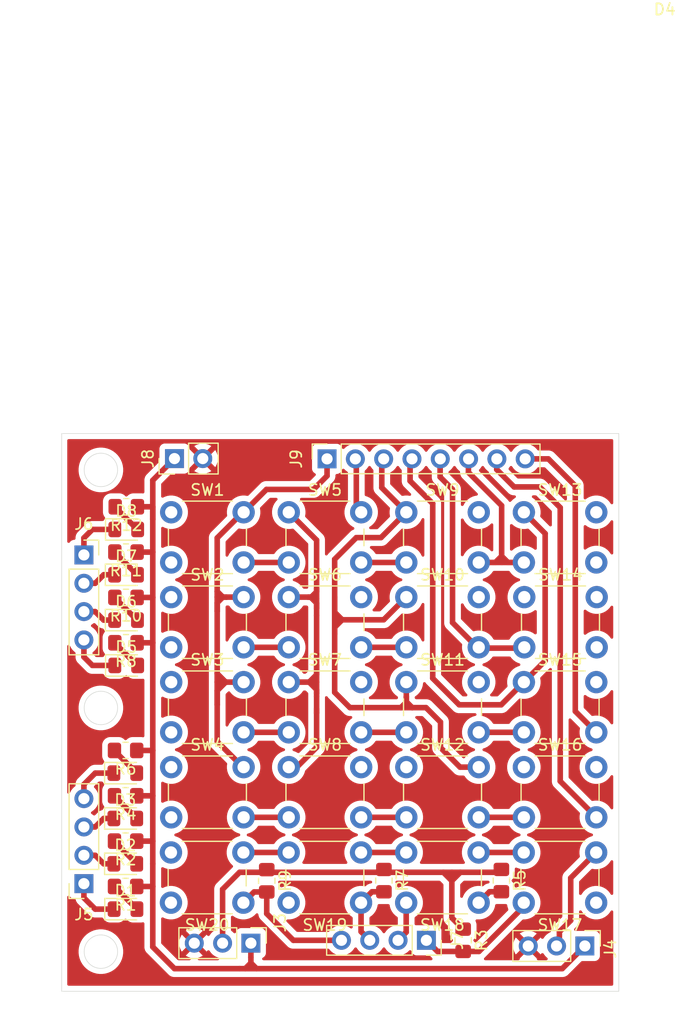
<source format=kicad_pcb>
(kicad_pcb (version 20241229) (generator "pcbnew") (generator_version "9.0")
  (layers (0 "F.Cu" signal) (2 "B.Cu" signal) (13 "F.Paste" user) (15 "B.Paste" user) (5 "F.SilkS" user "F.Silkscreen") (7 "B.SilkS" user "B.Silkscreen") (1 "F.Mask" user) (3 "B.Mask" user) (25 "Edge.Cuts" user))
  (net 0 "")
  (net 1 "Net-(D1-A)")
  (net 2 "Net-(D1-K)")
  (net 3 "Net-(D2-K)")
  (net 4 "Net-(D2-A)")
  (net 5 "Net-(D3-K)")
  (net 6 "Net-(D3-A)")
  (net 7 "Net-(D4-A)")
  (net 8 "Net-(D4-K)")
  (net 9 "Net-(D5-K)")
  (net 10 "Net-(D5-A)")
  (net 11 "Net-(D6-K)")
  (net 12 "Net-(D6-A)")
  (net 13 "Net-(D7-A)")
  (net 14 "Net-(D7-K)")
  (net 15 "Net-(D8-K)")
  (net 16 "Net-(D8-A)")
  (net 17 "Net-(J3-Pin_2)")
  (net 18 "GND")
  (net 19 "+3V3")
  (net 20 "Net-(J4-Pin_2)")
  (net 21 "Net-(J7-Pin_1)")
  (net 22 "Net-(J7-Pin_3)")
  (net 23 "Net-(J7-Pin_4)")
  (net 24 "Net-(J7-Pin_2)")
  (net 25 "Net-(J9-Pin_1)")
  (net 26 "Net-(J9-Pin_2)")
  (net 27 "Net-(J9-Pin_4)")
  (net 28 "Net-(J9-Pin_8)")
  (net 29 "Net-(J9-Pin_3)")
  (net 30 "Net-(J9-Pin_7)")
  (net 31 "Net-(J9-Pin_6)")
  (net 32 "Net-(J9-Pin_5)")
  (footprint "Resistor_SMD:R_0805_2012Metric_Pad1.20x1.40mm_HandSolder" (layer "F.Cu") (at 71.880002 57.658 180)
    (property "Reference" "R12")
    (property "Value" "220")
  )
  (footprint "Button_Switch_THT:SW_PUSH_6mm_H5mm" (layer "F.Cu") (at 75.906908 73.377078)
    (property "Reference" "SW3")
    (property "Value" "SW_Push_45deg")
  )
  (footprint "Button_Switch_THT:SW_PUSH_6mm_H5mm" (layer "F.Cu") (at 86.456908 58.151078)
    (property "Reference" "SW5")
    (property "Value" "SW_Push_45deg")
  )
  (footprint "Button_Switch_THT:SW_PUSH_6mm_H5mm" (layer "F.Cu") (at 75.906908 58.151078)
    (property "Reference" "SW1")
    (property "Value" "SW_Push_45deg")
  )
  (footprint "LED_SMD:LED_0805_2012Metric_Pad1.15x1.40mm_HandSolder" (layer "F.Cu") (at 71.788001 81.534)
    (property "Reference" "D4")
    (property "Value" "Red")
  )
  (footprint "Connector_PinSocket_2.54mm:PinSocket_1x04_P2.54mm_Vertical" (layer "F.Cu") (at 68.072 91.44 180)
    (property "Reference" "J5")
    (property "Value" "Conn_01x04_Socket")
  )
  (footprint "Resistor_SMD:R_0805_2012Metric_Pad1.20x1.40mm_HandSolder" (layer "F.Cu") (at 84.480923 91.186 -90)
    (property "Reference" "R9")
    (property "Value" "1k")
  )
  (footprint "Resistor_SMD:R_0805_2012Metric_Pad1.20x1.40mm_HandSolder" (layer "F.Cu") (at 105.539183 91.166506 -90)
    (property "Reference" "R5")
    (property "Value" "1k")
  )
  (footprint "LED_SMD:LED_0805_2012Metric_Pad1.15x1.40mm_HandSolder" (layer "F.Cu") (at 71.855003 67.818)
    (property "Reference" "D6")
    (property "Value" "Red")
  )
  (footprint "LED_SMD:LED_0805_2012Metric_Pad1.15x1.40mm_HandSolder" (layer "F.Cu") (at 71.805999 93.726)
    (property "Reference" "D1")
    (property "Value" "Red")
  )
  (footprint "Resistor_SMD:R_0805_2012Metric_Pad1.20x1.40mm_HandSolder" (layer "F.Cu") (at 71.813 83.566 180)
    (property "Reference" "R4")
    (property "Value" "220")
  )
  (footprint "Connector_PinHeader_2.54mm:PinHeader_1x02_P2.54mm_Vertical" (layer "F.Cu") (at 76.2 53.34 90)
    (property "Reference" "J8")
    (property "Value" "Conn_01x02_Pin")
  )
  (footprint "LED_SMD:LED_0805_2012Metric_Pad1.15x1.40mm_HandSolder" (layer "F.Cu") (at 71.855003 63.754)
    (property "Reference" "D7")
    (property "Value" "Red")
  )
  (footprint "Button_Switch_THT:SW_PUSH_6mm_H5mm" (layer "F.Cu") (at 97.006908 73.377078)
    (property "Reference" "SW11")
    (property "Value" "SW_Push_45deg")
  )
  (footprint "Button_Switch_THT:SW_PUSH_6mm_H5mm" (layer "F.Cu") (at 103.496 93.146001 180)
    (property "Reference" "SW18")
    (property "Value" "SW_Push")
  )
  (footprint "Resistor_SMD:R_0805_2012Metric_Pad1.20x1.40mm_HandSolder" (layer "F.Cu") (at 71.813 79.502 180)
    (property "Reference" "R6")
    (property "Value" "220")
  )
  (footprint "Resistor_SMD:R_0805_2012Metric_Pad1.20x1.40mm_HandSolder" (layer "F.Cu") (at 71.848002 69.85 180)
    (property "Reference" "R8")
    (property "Value" "220")
  )
  (footprint "Button_Switch_THT:SW_PUSH_6mm_H5mm" (layer "F.Cu") (at 114.046 93.146001 180)
    (property "Reference" "SW17")
    (property "Value" "SW_Push")
  )
  (footprint "Button_Switch_THT:SW_PUSH_6mm_H5mm" (layer "F.Cu") (at 75.906908 80.997078)
    (property "Reference" "SW4")
    (property "Value" "SW_Push_45deg")
  )
  (footprint "Button_Switch_THT:SW_PUSH_6mm_H5mm" (layer "F.Cu") (at 97.006908 58.151078)
    (property "Reference" "SW9")
    (property "Value" "SW_Push_45deg")
  )
  (footprint "Button_Switch_THT:SW_PUSH_6mm_H5mm" (layer "F.Cu") (at 97.006908 80.997078)
    (property "Reference" "SW12")
    (property "Value" "SW_Push_45deg")
  )
  (footprint "LED_SMD:LED_0805_2012Metric_Pad1.15x1.40mm_HandSolder" (layer "F.Cu") (at 71.788001 89.662)
    (property "Reference" "D2")
    (property "Value" "Red")
  )
  (footprint "Connector_PinHeader_2.54mm:PinHeader_1x03_P2.54mm_Vertical" (layer "F.Cu") (at 113.03 97.028 -90)
    (property "Reference" "J4")
    (property "Value" "Pull_up_down_sel")
  )
  (footprint "LED_SMD:LED_0805_2012Metric_Pad1.15x1.40mm_HandSolder" (layer "F.Cu") (at 71.873001 59.69)
    (property "Reference" "D8")
    (property "Value" "Red")
  )
  (footprint "Button_Switch_THT:SW_PUSH_6mm_H5mm" (layer "F.Cu") (at 86.456908 80.997078)
    (property "Reference" "SW8")
    (property "Value" "SW_Push_45deg")
  )
  (footprint "Resistor_SMD:R_0805_2012Metric_Pad1.20x1.40mm_HandSolder" (layer "F.Cu") (at 71.848002 65.786 180)
    (property "Reference" "R10")
    (property "Value" "220")
  )
  (footprint "Connector_PinSocket_2.54mm:PinSocket_1x08_P2.54mm_Vertical" (layer "F.Cu") (at 89.894333 53.365 90)
    (property "Reference" "J9")
    (property "Value" "Conn_01x08_Socket")
  )
  (footprint "Connector_PinSocket_2.54mm:PinSocket_1x04_P2.54mm_Vertical" (layer "F.Cu") (at 98.806 96.52 -90)
    (property "Reference" "J7")
    (property "Value" "Conn_01x04_Socket")
  )
  (footprint "Resistor_SMD:R_0805_2012Metric_Pad1.20x1.40mm_HandSolder" (layer "F.Cu") (at 102.108 96.52 -90)
    (property "Reference" "R3")
    (property "Value" "1k")
  )
  (footprint "LED_SMD:LED_0805_2012Metric_Pad1.15x1.40mm_HandSolder" (layer "F.Cu") (at 71.788001 85.598)
    (property "Reference" "D3")
    (property "Value" "Red")
  )
  (footprint "Resistor_SMD:R_0805_2012Metric_Pad1.20x1.40mm_HandSolder" (layer "F.Cu") (at 71.848002 61.722 180)
    (property "Reference" "R11")
    (property "Value" "220")
  )
  (footprint "Button_Switch_THT:SW_PUSH_6mm_H5mm" (layer "F.Cu") (at 75.906908 65.757078)
    (property "Reference" "SW2")
    (property "Value" "SW_Push_45deg")
  )
  (footprint "Resistor_SMD:R_0805_2012Metric_Pad1.20x1.40mm_HandSolder" (layer "F.Cu") (at 94.996 91.17 -90)
    (property "Reference" "R7")
    (property "Value" "1k")
  )
  (footprint "Button_Switch_THT:SW_PUSH_6mm_H5mm" (layer "F.Cu") (at 107.556908 73.377078)
    (property "Reference" "SW15")
    (property "Value" "SW_Push_45deg")
  )
  (footprint "Resistor_SMD:R_0805_2012Metric_Pad1.20x1.40mm_HandSolder" (layer "F.Cu") (at 71.813 87.63 180)
    (property "Reference" "R2")
    (property "Value" "220")
  )
  (footprint "Button_Switch_THT:SW_PUSH_6mm_H5mm" (layer "F.Cu") (at 107.556908 80.997078)
    (property "Reference" "SW16")
    (property "Value" "SW_Push_45deg")
  )
  (footprint "Button_Switch_THT:SW_PUSH_6mm_H5mm" (layer "F.Cu") (at 107.556908 58.151078)
    (property "Reference" "SW13")
    (property "Value" "SW_Push_45deg")
  )
  (footprint "Button_Switch_THT:SW_PUSH_6mm_H5mm" (layer "F.Cu") (at 97.006908 65.757078)
    (property "Reference" "SW10")
    (property "Value" "SW_Push_45deg")
  )
  (footprint "Resistor_SMD:R_0805_2012Metric_Pad1.20x1.40mm_HandSolder" (layer "F.Cu") (at 71.813 91.694 180)
    (property "Reference" "R1")
    (property "Value" "220")
  )
  (footprint "Button_Switch_THT:SW_PUSH_6mm_H5mm" (layer "F.Cu") (at 107.592908 65.757078)
    (property "Reference" "SW14")
    (property "Value" "SW_Push_45deg")
  )
  (footprint "Button_Switch_THT:SW_PUSH_6mm_H5mm" (layer "F.Cu") (at 86.456908 65.757078)
    (property "Reference" "SW6")
    (property "Value" "SW_Push_45deg")
  )
  (footprint "Button_Switch_THT:SW_PUSH_6mm_H5mm" (layer "F.Cu") (at 92.946 93.146002 180)
    (property "Reference" "SW19")
    (property "Value" "SW_Push")
  )
  (footprint "Connector_PinSocket_2.54mm:PinSocket_1x04_P2.54mm_Vertical" (layer "F.Cu") (at 68.072 61.976001)
    (property "Reference" "J6")
    (property "Value" "Conn_01x04_Socket")
  )
  (footprint "Button_Switch_THT:SW_PUSH_6mm_H5mm" (layer "F.Cu") (at 86.456908 73.377078)
    (property "Reference" "SW7")
    (property "Value" "SW_Push_45deg")
  )
  (footprint "Button_Switch_THT:SW_PUSH_6mm_H5mm" (layer "F.Cu") (at 82.383999 93.146002 180)
    (property "Reference" "SW20")
    (property "Value" "SW_Push")
  )
  (footprint "Connector_PinHeader_2.54mm:PinHeader_1x03_P2.54mm_Vertical" (layer "F.Cu") (at 83.058 96.774 -90)
    (property "Reference" "J3")
    (property "Value" "Pull_up_down_sel")
  )
  (footprint "LED_SMD:LED_0805_2012Metric_Pad1.15x1.40mm_HandSolder" (layer "F.Cu") (at 71.873001 71.882)
    (property "Reference" "D5")
    (property "Value" "Red")
  )
  (gr_circle (center 69.596 54.356) (end 71.096 54.356) (stroke (width 0.05)) (fill no) (layer "Edge.Cuts"))
  (gr_circle (center 69.596 75.692) (end 71.096 75.692) (stroke (width 0.05)) (fill no) (layer "Edge.Cuts"))
  (gr_rect (start 66.078 51.092) (end 116.078 101.092) (stroke (width 0.05)) (fill no) (layer "Edge.Cuts"))
  (gr_circle (center 69.596 97.536) (end 71.096 97.536) (stroke (width 0.05)) (fill no) (layer "Edge.Cuts"))
  (segment (start 70.813 91.708002) (end 72.830998 93.726) (width 0.5) (layer "F.Cu") (net 1))
  (segment (start 70.813 91.694) (end 70.813 91.708002) (width 0.5) (layer "F.Cu") (net 1))
  (segment (start 69.088 93.726) (end 68.072 92.71) (width 0.5) (layer "F.Cu") (net 2))
  (segment (start 68.072 92.71) (end 68.072 91.44) (width 0.5) (layer "F.Cu") (net 2))
  (segment (start 71.12 93.726) (end 69.088 93.726) (width 0.5) (layer "F.Cu") (net 2))
  (segment (start 69.85 89.662) (end 70.763002 89.662) (width 0.5) (layer "F.Cu") (net 3))
  (segment (start 68.072 88.9) (end 69.088 88.9) (width 0.5) (layer "F.Cu") (net 3))
  (segment (start 69.088 88.9) (end 69.85 89.662) (width 0.5) (layer "F.Cu") (net 3))
  (segment (start 70.813 87.662) (end 72.813 89.662) (width 0.5) (layer "F.Cu") (net 4))
  (segment (start 70.813 87.63) (end 70.813 87.662) (width 0.5) (layer "F.Cu") (net 4))
  (segment (start 69.85 85.598) (end 70.763002 85.598) (width 0.5) (layer "F.Cu") (net 5))
  (segment (start 68.072 86.360001) (end 69.087999 86.360001) (width 0.5) (layer "F.Cu") (net 5))
  (segment (start 69.087999 86.360001) (end 69.85 85.598) (width 0.5) (layer "F.Cu") (net 5))
  (segment (start 70.813 83.566) (end 70.813 83.598) (width 0.5) (layer "F.Cu") (net 6))
  (segment (start 70.813 83.598) (end 72.813 85.598) (width 0.5) (layer "F.Cu") (net 6))
  (segment (start 70.813 79.534) (end 72.813 81.534) (width 0.5) (layer "F.Cu") (net 7))
  (segment (start 68.072 83.82) (end 68.072 82.55) (width 0.5) (layer "F.Cu") (net 8))
  (segment (start 68.072 82.55) (end 69.088 81.534) (width 0.5) (layer "F.Cu") (net 8))
  (segment (start 69.088 81.534) (end 71.102002 81.534) (width 0.5) (layer "F.Cu") (net 8))
  (segment (start 68.834 71.882) (end 71.102002 71.882) (width 0.5) (layer "F.Cu") (net 9))
  (segment (start 68.072 71.12) (end 68.834 71.882) (width 0.5) (layer "F.Cu") (net 9))
  (segment (start 68.072 69.596001) (end 68.072 71.12) (width 0.5) (layer "F.Cu") (net 9))
  (segment (start 70.866 69.898232) (end 72.849768 71.882) (width 0.5) (layer "F.Cu") (net 10))
  (segment (start 70.866 69.85) (end 70.866 69.898232) (width 0.5) (layer "F.Cu") (net 10))
  (segment (start 72.849768 71.882) (end 72.898 71.882) (width 0.5) (layer "F.Cu") (net 10))
  (segment (start 69.85 67.818) (end 70.830004 67.818) (width 0.5) (layer "F.Cu") (net 11))
  (segment (start 68.072 67.056) (end 69.088 67.056) (width 0.5) (layer "F.Cu") (net 11))
  (segment (start 69.088 67.056) (end 69.85 67.818) (width 0.5) (layer "F.Cu") (net 11))
  (segment (start 70.848002 65.786) (end 70.848002 65.824127) (width 0.5) (layer "F.Cu") (net 12))
  (segment (start 72.841875 67.818) (end 72.880002 67.818) (width 0.5) (layer "F.Cu") (net 12))
  (segment (start 70.848002 65.824127) (end 72.841875 67.818) (width 0.5) (layer "F.Cu") (net 12))
  (segment (start 72.852531 63.754) (end 72.880002 63.754) (width 0.5) (layer "F.Cu") (net 13))
  (segment (start 70.848002 61.722) (end 70.848002 61.749471) (width 0.5) (layer "F.Cu") (net 13))
  (segment (start 70.848002 61.749471) (end 72.852531 63.754) (width 0.5) (layer "F.Cu") (net 13))
  (segment (start 69.85 63.754) (end 70.830004 63.754) (width 0.5) (layer "F.Cu") (net 14))
  (segment (start 69.088 64.516) (end 69.85 63.754) (width 0.5) (layer "F.Cu") (net 14))
  (segment (start 68.072 64.516001) (end 69.088 64.516) (width 0.5) (layer "F.Cu") (net 14))
  (segment (start 68.072 60.452) (end 68.834 59.69) (width 0.5) (layer "F.Cu") (net 15))
  (segment (start 68.072 61.976001) (end 68.072 60.452) (width 0.5) (layer "F.Cu") (net 15))
  (segment (start 68.834 59.69) (end 71.102002 59.69) (width 0.5) (layer "F.Cu") (net 15))
  (segment (start 70.880002 57.702539) (end 72.867463 59.69) (width 0.5) (layer "F.Cu") (net 16))
  (segment (start 70.880002 57.672002) (end 70.880002 57.702539) (width 0.5) (layer "F.Cu") (net 16))
  (segment (start 72.867463 59.69) (end 72.898 59.69) (width 0.5) (layer "F.Cu") (net 16))
  (segment (start 84.480923 90.186) (end 84.242923 90.424) (width 0.5) (layer "F.Cu") (net 17))
  (segment (start 84.718923 90.424) (end 100.33 90.424) (width 0.5) (layer "F.Cu") (net 17))
  (segment (start 100.33 90.424) (end 101.092 90.424) (width 0.5) (layer "F.Cu") (net 17))
  (segment (start 101.092 90.424) (end 101.854 90.424) (width 0.5) (layer "F.Cu") (net 17))
  (segment (start 80.518 91.948) (end 80.518 96.774) (width 0.5) (layer "F.Cu") (net 17))
  (segment (start 84.242923 90.424) (end 82.042 90.424) (width 0.5) (layer "F.Cu") (net 17))
  (segment (start 101.092 94.504) (end 101.092 91.186) (width 0.5) (layer "F.Cu") (net 17))
  (segment (start 101.092 91.186) (end 100.33 90.424) (width 0.5) (layer "F.Cu") (net 17))
  (segment (start 101.092 91.186) (end 101.092 90.424) (width 0.5) (layer "F.Cu") (net 17))
  (segment (start 82.042 90.424) (end 80.518 91.948) (width 0.5) (layer "F.Cu") (net 17))
  (segment (start 101.854 90.424) (end 105.281689 90.424) (width 0.5) (layer "F.Cu") (net 17))
  (segment (start 101.092 91.186) (end 101.854 90.424) (width 0.5) (layer "F.Cu") (net 17))
  (segment (start 105.281689 90.424) (end 105.539183 90.166506) (width 0.5) (layer "F.Cu") (net 17))
  (segment (start 102.108 95.52) (end 101.092 94.504) (width 0.5) (layer "F.Cu") (net 17))
  (segment (start 84.480923 90.186) (end 84.718923 90.424) (width 0.5) (layer "F.Cu") (net 17))
  (segment (start 78.74 53.34) (end 78.486 53.594) (width 0.5) (layer "F.Cu") (net 18))
  (segment (start 74.253 89.662) (end 74.253 91.694) (width 0.5) (layer "F.Cu") (net 19))
  (segment (start 83.058 96.774) (end 83.058 98.044) (width 0.5) (layer "F.Cu") (net 19))
  (segment (start 72.848002 69.85) (end 74.253 69.85) (width 0.5) (layer "F.Cu") (net 19))
  (segment (start 72.813 87.63) (end 74.253 87.63) (width 0.5) (layer "F.Cu") (net 19))
  (segment (start 74.253 55.287) (end 74.253 58.776998) (width 0.5) (layer "F.Cu") (net 19))
  (segment (start 72.848002 61.722) (end 74.253 61.722) (width 0.5) (layer "F.Cu") (net 19))
  (segment (start 76.2 99.06) (end 82.042 99.06) (width 0.5) (layer "F.Cu") (net 19))
  (segment (start 76.2 53.34) (end 74.253 55.287) (width 0.5) (layer "F.Cu") (net 19))
  (segment (start 72.813 83.566) (end 74.253 83.566) (width 0.5) (layer "F.Cu") (net 19))
  (segment (start 72.848002 65.786) (end 74.253 65.786) (width 0.5) (layer "F.Cu") (net 19))
  (segment (start 74.253 79.502) (end 74.253 83.566) (width 0.5) (layer "F.Cu") (net 19))
  (segment (start 74.253 87.63) (end 74.253 89.662) (width 0.5) (layer "F.Cu") (net 19))
  (segment (start 74.253 61.722) (end 74.253 58.776998) (width 0.5) (layer "F.Cu") (net 19))
  (segment (start 74.253 65.786) (end 74.253 61.722) (width 0.5) (layer "F.Cu") (net 19))
  (segment (start 74.253 58.776998) (end 74.253 57.658) (width 0.5) (layer "F.Cu") (net 19))
  (segment (start 82.55 99.06) (end 82.042 99.06) (width 0.5) (layer "F.Cu") (net 19))
  (segment (start 72.813 91.694) (end 74.253 91.694) (width 0.5) (layer "F.Cu") (net 19))
  (segment (start 72.813 79.502) (end 74.253 79.502) (width 0.5) (layer "F.Cu") (net 19))
  (segment (start 83.058 98.044) (end 83.058 98.552) (width 0.5) (layer "F.Cu") (net 19))
  (segment (start 83.566 99.06) (end 82.55 99.06) (width 0.5) (layer "F.Cu") (net 19))
  (segment (start 74.253 69.85) (end 74.253 79.502) (width 0.5) (layer "F.Cu") (net 19))
  (segment (start 83.058 98.552) (end 82.55 99.06) (width 0.5) (layer "F.Cu") (net 19))
  (segment (start 110.998 99.06) (end 83.566 99.06) (width 0.5) (layer "F.Cu") (net 19))
  (segment (start 74.253 83.566) (end 74.253 87.63) (width 0.5) (layer "F.Cu") (net 19))
  (segment (start 74.253 91.694) (end 74.253 97.113) (width 0.5) (layer "F.Cu") (net 19))
  (segment (start 74.253 57.658) (end 72.880002 57.658) (width 0.5) (layer "F.Cu") (net 19))
  (segment (start 74.253 69.85) (end 74.253 65.786) (width 0.5) (layer "F.Cu") (net 19))
  (segment (start 83.058 98.552) (end 83.566 99.06) (width 0.5) (layer "F.Cu") (net 19))
  (segment (start 74.253 97.113) (end 76.2 99.06) (width 0.5) (layer "F.Cu") (net 19))
  (segment (start 113.03 97.028) (end 110.998 99.06) (width 0.5) (layer "F.Cu") (net 19))
  (segment (start 111.76 90.932) (end 114.046 88.646) (width 0.5) (layer "F.Cu") (net 20))
  (segment (start 110.744 95.758) (end 111.76 94.742) (width 0.5) (layer "F.Cu") (net 20))
  (segment (start 107.545998 88.646) (end 107.545999 88.646001) (width 0.5) (layer "F.Cu") (net 20))
  (segment (start 110.744 97.028) (end 110.744 95.758) (width 0.5) (layer "F.Cu") (net 20))
  (segment (start 92.946 88.646001) (end 96.995999 88.646001) (width 0.5) (layer "F.Cu") (net 20))
  (segment (start 82.383999 88.646001) (end 86.445998 88.646001) (width 0.5) (layer "F.Cu") (net 20))
  (segment (start 86.445998 88.646001) (end 86.445999 88.646002) (width 0.5) (layer "F.Cu") (net 20))
  (segment (start 103.496 88.646) (end 107.545998 88.646) (width 0.5) (layer "F.Cu") (net 20))
  (segment (start 111.76 94.742) (end 111.76 90.932) (width 0.5) (layer "F.Cu") (net 20))
  (segment (start 103.524219 97.52) (end 107.546 93.498218) (width 0.5) (layer "F.Cu") (net 21))
  (segment (start 102.108 97.52) (end 103.524219 97.52) (width 0.5) (layer "F.Cu") (net 21))
  (segment (start 98.806 96.52) (end 99.806 97.52) (width 0.5) (layer "F.Cu") (net 21))
  (segment (start 99.806 97.52) (end 102.108 97.52) (width 0.5) (layer "F.Cu") (net 21))
  (segment (start 107.546 93.498218) (end 107.546 93.146001) (width 0.5) (layer "F.Cu") (net 21))
  (segment (start 86.36 93.232002) (end 86.446 93.146002) (width 0.5) (layer "F.Cu") (net 22))
  (segment (start 93.922002 92.17) (end 92.946 93.146002) (width 0.5) (layer "F.Cu") (net 22))
  (segment (start 94.996 92.17) (end 93.922002 92.17) (width 0.5) (layer "F.Cu") (net 22))
  (segment (start 92.946 93.146002) (end 92.946 95.739999) (width 0.5) (layer "F.Cu") (net 22))
  (segment (start 92.946 95.739999) (end 93.726001 96.52) (width 0.5) (layer "F.Cu") (net 22))
  (segment (start 84.480923 92.186) (end 84.480923 92.108445) (width 0.5) (layer "F.Cu") (net 23))
  (segment (start 84.480923 92.186) (end 84.480923 94.132923) (width 0.5) (layer "F.Cu") (net 23))
  (segment (start 86.868 96.52) (end 91.186 96.52) (width 0.5) (layer "F.Cu") (net 23))
  (segment (start 84.480923 94.132923) (end 86.868 96.52) (width 0.5) (layer "F.Cu") (net 23))
  (segment (start 82.383999 93.146002) (end 83.344001 92.186) (width 0.5) (layer "F.Cu") (net 23))
  (segment (start 83.344001 92.186) (end 84.480923 92.186) (width 0.5) (layer "F.Cu") (net 23))
  (segment (start 96.996 93.146001) (end 96.996 95.79) (width 0.5) (layer "F.Cu") (net 24))
  (segment (start 104.475495 92.166506) (end 105.539183 92.166506) (width 0.5) (layer "F.Cu") (net 24))
  (segment (start 96.996 95.79) (end 96.266 96.52) (width 0.5) (layer "F.Cu") (net 24))
  (segment (start 103.496 93.146001) (end 104.475495 92.166506) (width 0.5) (layer "F.Cu") (net 24))
  (segment (start 84.452908 56.105078) (end 88.674922 56.105078) (width 0.5) (layer "F.Cu") (net 25))
  (segment (start 80.035092 75.409078) (end 80.035092 74.139078) (width 0.5) (layer "F.Cu") (net 25))
  (segment (start 80.035092 66.265078) (end 80.543092 65.757078) (width 0.5) (layer "F.Cu") (net 25))
  (segment (start 80.035092 67.027078) (end 80.035092 65.757078) (width 0.5) (layer "F.Cu") (net 25))
  (segment (start 80.035092 65.757078) (end 80.035092 65.249078) (width 0.5) (layer "F.Cu") (net 25))
  (segment (start 82.335092 80.997078) (end 80.035092 78.697078) (width 0.5) (layer "F.Cu") (net 25))
  (segment (start 80.035092 74.139078) (end 80.797092 73.377078) (width 0.5) (layer "F.Cu") (net 25))
  (segment (start 80.797092 73.377078) (end 80.035092 72.615078) (width 0.5) (layer "F.Cu") (net 25))
  (segment (start 80.035092 78.697078) (end 80.035092 75.409078) (width 0.5) (layer "F.Cu") (net 25))
  (segment (start 80.875092 65.757078) (end 80.543092 65.757078) (width 0.5) (layer "F.Cu") (net 25))
  (segment (start 80.875092 73.377078) (end 80.035092 73.377078) (width 0.5) (layer "F.Cu") (net 25))
  (segment (start 88.674922 56.105078) (end 89.894333 54.885667) (width 0.5) (layer "F.Cu") (net 25))
  (segment (start 80.543092 65.757078) (end 80.035092 65.249078) (width 0.5) (layer "F.Cu") (net 25))
  (segment (start 80.035092 75.409078) (end 80.035092 73.377078) (width 0.5) (layer "F.Cu") (net 25))
  (segment (start 80.035092 72.615078) (end 80.035092 67.027078) (width 0.5) (layer "F.Cu") (net 25))
  (segment (start 80.035092 65.249078) (end 80.035092 60.451078) (width 0.5) (layer "F.Cu") (net 25))
  (segment (start 80.035092 73.377078) (end 80.035092 72.615078) (width 0.5) (layer "F.Cu") (net 25))
  (segment (start 82.406908 58.151078) (end 84.452908 56.105078) (width 0.5) (layer "F.Cu") (net 25))
  (segment (start 82.335092 73.377078) (end 80.875092 73.377078) (width 0.5) (layer "F.Cu") (net 25))
  (segment (start 89.894333 53.509425) (end 89.724908 53.34) (width 0.5) (layer "F.Cu") (net 25))
  (segment (start 82.335092 65.757078) (end 80.875092 65.757078) (width 0.5) (layer "F.Cu") (net 25))
  (segment (start 80.035092 60.451078) (end 82.335092 58.151078) (width 0.5) (layer "F.Cu") (net 25))
  (segment (start 80.875092 65.757078) (end 80.035092 65.757078) (width 0.5) (layer "F.Cu") (net 25))
  (segment (start 89.894333 54.885667) (end 89.894333 53.509425) (width 0.5) (layer "F.Cu") (net 25))
  (segment (start 80.035092 67.027078) (end 80.035092 66.265078) (width 0.5) (layer "F.Cu") (net 25))
  (segment (start 80.875092 73.377078) (end 80.797092 73.377078) (width 0.5) (layer "F.Cu") (net 25))
  (segment (start 88.956908 71.853078) (end 88.956908 72.709078) (width 0.5) (layer "F.Cu") (net 26))
  (segment (start 88.956908 74.393078) (end 88.956908 74.651078) (width 0.5) (layer "F.Cu") (net 26))
  (segment (start 92.518908 57.713078) (end 92.518908 52.803077) (width 0.5) (layer "F.Cu") (net 26))
  (segment (start 86.456908 73.377078) (end 88.288908 73.377078) (width 0.5) (layer "F.Cu") (net 26))
  (segment (start 88.956908 75.751078) (end 88.956908 76.151078) (width 0.5) (layer "F.Cu") (net 26))
  (segment (start 88.194908 65.757078) (end 88.47783 65.757078) (width 0.5) (layer "F.Cu") (net 26))
  (segment (start 88.956908 67.401078) (end 88.956908 71.853078) (width 0.5) (layer "F.Cu") (net 26))
  (segment (start 88.956908 65.901078) (end 88.956908 64.995078) (width 0.5) (layer "F.Cu") (net 26))
  (segment (start 88.956908 66.773078) (end 88.956908 67.401078) (width 0.5) (layer "F.Cu") (net 26))
  (segment (start 88.956908 74.045078) (end 88.288908 73.377078) (width 0.5) (layer "F.Cu") (net 26))
  (segment (start 88.419986 65.757078) (end 88.194908 65.757078) (width 0.5) (layer "F.Cu") (net 26))
  (segment (start 88.956908 66.773078) (end 88.956908 66.294) (width 0.5) (layer "F.Cu") (net 26))
  (segment (start 88.956908 74.393078) (end 88.956908 74.045078) (width 0.5) (layer "F.Cu") (net 26))
  (segment (start 86.456908 65.757078) (end 88.194908 65.757078) (width 0.5) (layer "F.Cu") (net 26))
  (segment (start 88.956908 65.901078) (end 88.956908 66.773078) (width 0.5) (layer "F.Cu") (net 26))
  (segment (start 88.47783 65.757078) (end 88.956908 65.278) (width 0.5) (layer "F.Cu") (net 26))
  (segment (start 88.956908 73.377078) (end 88.956908 74.393078) (width 0.5) (layer "F.Cu") (net 26))
  (segment (start 87.178908 80.997078) (end 86.456908 80.997078) (width 0.5) (layer "F.Cu") (net 26))
  (segment (start 88.288908 73.377078) (end 88.956908 73.377078) (width 0.5) (layer "F.Cu") (net 26))
  (segment (start 88.956908 65.278) (end 88.956908 64.995078) (width 0.5) (layer "F.Cu") (net 26))
  (segment (start 92.956908 58.151078) (end 92.518908 57.713078) (width 0.5) (layer "F.Cu") (net 26))
  (segment (start 88.956908 64.995078) (end 88.956908 60.651078) (width 0.5) (layer "F.Cu") (net 26))
  (segment (start 88.956908 79.219078) (end 87.178908 80.997078) (width 0.5) (layer "F.Cu") (net 26))
  (segment (start 88.956908 74.651078) (end 88.956908 76.151078) (width 0.5) (layer "F.Cu") (net 26))
  (segment (start 88.956908 60.651078) (end 86.456908 58.151078) (width 0.5) (layer "F.Cu") (net 26))
  (segment (start 88.956908 66.294) (end 88.419986 65.757078) (width 0.5) (layer "F.Cu") (net 26))
  (segment (start 88.956908 76.151078) (end 88.956908 79.219078) (width 0.5) (layer "F.Cu") (net 26))
  (segment (start 88.956908 71.853078) (end 88.956908 73.377078) (width 0.5) (layer "F.Cu") (net 26))
  (segment (start 92.606909 57.801079) (end 92.956908 58.151078) (width 0.5) (layer "F.Cu") (net 26))
  (segment (start 88.956908 72.709078) (end 88.288908 73.377078) (width 0.5) (layer "F.Cu") (net 26))
  (segment (start 107.556908 58.151078) (end 109.467401 60.061571) (width 0.5) (layer "F.Cu") (net 27))
  (segment (start 109.467401 71.466585) (end 107.556908 73.377078) (width 0.5) (layer "F.Cu") (net 27))
  (segment (start 107.656908 58.151078) (end 107.656908 58.709078) (width 0.5) (layer "F.Cu") (net 27))
  (segment (start 109.467401 60.061571) (end 109.467401 71.466585) (width 0.5) (layer "F.Cu") (net 27))
  (segment (start 101.750908 75.409078) (end 105.524908 75.409078) (width 0.5) (layer "F.Cu") (net 27))
  (segment (start 97.344908 55.343078) (end 99.376908 57.375078) (width 0.5) (layer "F.Cu") (net 27))
  (segment (start 105.524908 75.409078) (end 107.556908 73.377078) (width 0.5) (layer "F.Cu") (net 27))
  (segment (start 97.344908 55.343078) (end 97.344908 53.34) (width 0.5) (layer "F.Cu") (net 27))
  (segment (start 99.376908 57.375078) (end 99.376908 73.035078) (width 0.5) (layer "F.Cu") (net 27))
  (segment (start 99.376908 73.035078) (end 101.750908 75.409078) (width 0.5) (layer "F.Cu") (net 27))
  (segment (start 103.506908 77.877078) (end 107.556908 77.877078) (width 0.5) (layer "F.Cu") (net 28))
  (segment (start 114.056908 77.877078) (end 112.171401 75.991571) (width 0.5) (layer "F.Cu") (net 28))
  (segment (start 97.006908 77.877078) (end 92.956908 77.877078) (width 0.5) (layer "F.Cu") (net 28))
  (segment (start 112.171401 55.783401) (end 109.753 53.365) (width 0.5) (layer "F.Cu") (net 28))
  (segment (start 86.456908 77.877078) (end 82.406908 77.877078) (width 0.5) (layer "F.Cu") (net 28))
  (segment (start 109.753 53.365) (end 107.660908 53.365) (width 0.5) (layer "F.Cu") (net 28))
  (segment (start 112.171401 75.991571) (end 112.171401 55.783401) (width 0.5) (layer "F.Cu") (net 28))
  (segment (start 97.006908 74.676) (end 97.006908 75.17617) (width 0.5) (layer "F.Cu") (net 29))
  (segment (start 100.076 79.248) (end 101.825078 80.997078) (width 0.5) (layer "F.Cu") (net 29))
  (segment (start 90.575879 65.757078) (end 90.575879 67.789078) (width 0.5) (layer "F.Cu") (net 29))
  (segment (start 90.575879 74.290957) (end 91.948 75.663078) (width 0.5) (layer "F.Cu") (net 29))
  (segment (start 97.006908 58.151078) (end 94.804908 55.949078) (width 0.5) (layer "F.Cu") (net 29))
  (segment (start 94.804908 55.949078) (end 94.804908 53.34) (width 0.5) (layer "F.Cu") (net 29))
  (segment (start 90.575879 69.059078) (end 90.575879 68.462107) (width 0.5) (layer "F.Cu") (net 29))
  (segment (start 90.575879 62.366107) (end 90.575879 65.757078) (width 0.5) (layer "F.Cu") (net 29))
  (segment (start 90.575879 67.116049) (end 91.248908 67.789078) (width 0.5) (layer "F.Cu") (net 29))
  (segment (start 90.575879 69.059078) (end 90.575879 74.290957) (width 0.5) (layer "F.Cu") (net 29))
  (segment (start 96.52 75.663078) (end 97.536 75.663078) (width 0.5) (layer "F.Cu") (net 29))
  (segment (start 100.076 76.962) (end 100.076 79.248) (width 0.5) (layer "F.Cu") (net 29))
  (segment (start 92.518908 60.423078) (end 90.575879 62.366107) (width 0.5) (layer "F.Cu") (net 29))
  (segment (start 97.536 75.663078) (end 98.777078 75.663078) (width 0.5) (layer "F.Cu") (net 29))
  (segment (start 97.006908 75.17617) (end 96.52 75.663078) (width 0.5) (layer "F.Cu") (net 29))
  (segment (start 90.575879 67.789078) (end 90.575879 69.059078) (width 0.5) (layer "F.Cu") (net 29))
  (segment (start 97.006908 58.151078) (end 96.938908 58.151078) (width 0.5) (layer "F.Cu") (net 29))
  (segment (start 101.825078 80.997078) (end 103.506908 80.997078) (width 0.5) (layer "F.Cu") (net 29))
  (segment (start 94.734908 60.423078) (end 92.518908 60.423078) (width 0.5) (layer "F.Cu") (net 29))
  (segment (start 94.974908 67.789078) (end 91.248908 67.789078) (width 0.5) (layer "F.Cu") (net 29))
  (segment (start 91.248908 67.789078) (end 90.575879 67.789078) (width 0.5) (layer "F.Cu") (net 29))
  (segment (start 97.006908 73.377078) (end 97.006908 74.676) (width 0.5) (layer "F.Cu") (net 29))
  (segment (start 97.006908 65.757078) (end 94.974908 67.789078) (width 0.5) (layer "F.Cu") (net 29))
  (segment (start 91.948 75.663078) (end 96.52 75.663078) (width 0.5) (layer "F.Cu") (net 29))
  (segment (start 90.575879 65.757078) (end 90.575879 67.116049) (width 0.5) (layer "F.Cu") (net 29))
  (segment (start 97.006908 74.676) (end 97.006908 75.133986) (width 0.5) (layer "F.Cu") (net 29))
  (segment (start 97.006908 75.133986) (end 97.536 75.663078) (width 0.5) (layer "F.Cu") (net 29))
  (segment (start 90.575879 68.462107) (end 91.248908 67.789078) (width 0.5) (layer "F.Cu") (net 29))
  (segment (start 97.006908 58.151078) (end 94.734908 60.423078) (width 0.5) (layer "F.Cu") (net 29))
  (segment (start 98.777078 75.663078) (end 100.076 76.962) (width 0.5) (layer "F.Cu") (net 29))
  (segment (start 110.819401 82.259571) (end 110.819401 57.733401) (width 0.5) (layer "F.Cu") (net 30))
  (segment (start 92.956908 85.497078) (end 97.006908 85.497078) (width 0.5) (layer "F.Cu") (net 30))
  (segment (start 82.406908 85.497078) (end 86.456908 85.497078) (width 0.5) (layer "F.Cu") (net 30))
  (segment (start 114.056908 85.497078) (end 110.819401 82.259571) (width 0.5) (layer "F.Cu") (net 30))
  (segment (start 106.68 55.88) (end 105.120908 54.320908) (width 0.5) (layer "F.Cu") (net 30))
  (segment (start 108.966 55.88) (end 106.68 55.88) (width 0.5) (layer "F.Cu") (net 30))
  (segment (start 110.819401 57.733401) (end 108.966 55.88) (width 0.5) (layer "F.Cu") (net 30))
  (segment (start 103.506908 85.497078) (end 107.556908 85.497078) (width 0.5) (layer "F.Cu") (net 30))
  (segment (start 105.120908 54.320908) (end 105.120908 53.365) (width 0.5) (layer "F.Cu") (net 30))
  (segment (start 92.956908 62.651078) (end 97.006908 62.651078) (width 0.5) (layer "F.Cu") (net 31))
  (segment (start 103.506908 62.651078) (end 104.798908 62.651078) (width 0.5) (layer "F.Cu") (net 31))
  (segment (start 107.556908 62.651078) (end 106.126908 62.651078) (width 0.5) (layer "F.Cu") (net 31))
  (segment (start 105.560908 61.439078) (end 105.560908 62.085078) (width 0.5) (layer "F.Cu") (net 31))
  (segment (start 105.560908 62.085078) (end 104.994908 62.651078) (width 0.5) (layer "F.Cu") (net 31))
  (segment (start 105.560908 57.554908) (end 105.560908 60.677078) (width 0.5) (layer "F.Cu") (net 31))
  (segment (start 82.406908 62.651078) (end 86.456908 62.651078) (width 0.5) (layer "F.Cu") (net 31))
  (segment (start 104.798908 62.651078) (end 104.994908 62.651078) (width 0.5) (layer "F.Cu") (net 31))
  (segment (start 105.560908 60.677078) (end 105.560908 61.439078) (width 0.5) (layer "F.Cu") (net 31))
  (segment (start 105.560908 61.439078) (end 105.560908 62.651078) (width 0.5) (layer "F.Cu") (net 31))
  (segment (start 102.580909 54.574909) (end 105.560908 57.554908) (width 0.5) (layer "F.Cu") (net 31))
  (segment (start 104.798908 62.651078) (end 105.560908 62.651078) (width 0.5) (layer "F.Cu") (net 31))
  (segment (start 105.560908 62.651078) (end 107.556908 62.651078) (width 0.5) (layer "F.Cu") (net 31))
  (segment (start 105.560908 62.085078) (end 106.126908 62.651078) (width 0.5) (layer "F.Cu") (net 31))
  (segment (start 102.580909 53.365) (end 102.580909 54.574909) (width 0.5) (layer "F.Cu") (net 31))
  (segment (start 105.560908 60.677078) (end 105.560908 62.085078) (width 0.5) (layer "F.Cu") (net 31))
  (segment (start 100.040908 54.991078) (end 101.154908 56.105078) (width 0.5) (layer "F.Cu") (net 32))
  (segment (start 100.040908 54.991078) (end 100.040908 53.365) (width 0.5) (layer "F.Cu") (net 32))
  (segment (start 101.154908 68.043078) (end 103.440908 70.329078) (width 0.5) (layer "F.Cu") (net 32))
  (segment (start 103.440908 70.329078) (end 107.520908 70.329078) (width 0.5) (layer "F.Cu") (net 32))
  (segment (start 92.956908 70.257078) (end 97.006908 70.257078) (width 0.5) (layer "F.Cu") (net 32))
  (segment (start 107.520908 70.329078) (end 107.592908 70.257078) (width 0.5) (layer "F.Cu") (net 32))
  (segment (start 101.154908 56.105078) (end 101.154908 68.043078) (width 0.5) (layer "F.Cu") (net 32))
  (segment (start 82.406908 70.257078) (end 86.456908 70.257078) (width 0.5) (layer "F.Cu") (net 32))
  (zone (net 18) (net_name "GND") (layer "F.Cu") (connect_pads (clearance 0.5)) (min_thickness 0.25) (fill yes (thermal_gap 0.5) (thermal_bridge_width 0.5) (island_removal_mode 2) (island_area_min 1.5))
    (polygon (pts (xy 117.602 102.362) (xy 64.516 102.362) (xy 64.77 49.276) (xy 117.602 49.276)))
  )
)
</source>
